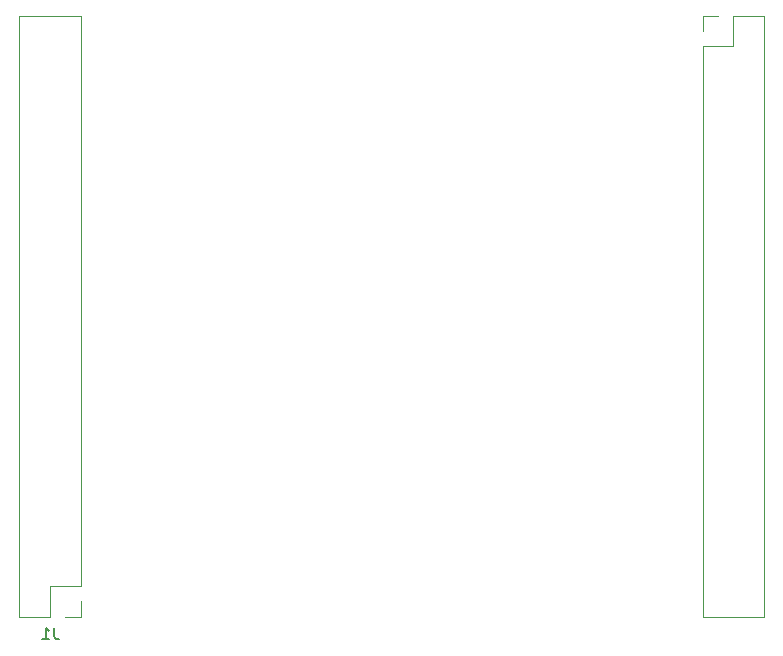
<source format=gbr>
G04 #@! TF.GenerationSoftware,KiCad,Pcbnew,5.1.9-73d0e3b20d~88~ubuntu20.04.1*
G04 #@! TF.CreationDate,2021-03-18T21:34:13+01:00*
G04 #@! TF.ProjectId,de10-shield,64653130-2d73-4686-9965-6c642e6b6963,rev?*
G04 #@! TF.SameCoordinates,Original*
G04 #@! TF.FileFunction,Legend,Bot*
G04 #@! TF.FilePolarity,Positive*
%FSLAX46Y46*%
G04 Gerber Fmt 4.6, Leading zero omitted, Abs format (unit mm)*
G04 Created by KiCad (PCBNEW 5.1.9-73d0e3b20d~88~ubuntu20.04.1) date 2021-03-18 21:34:13*
%MOMM*%
%LPD*%
G01*
G04 APERTURE LIST*
%ADD10C,0.120000*%
%ADD11C,0.150000*%
G04 APERTURE END LIST*
D10*
X153870000Y-57460000D02*
X151270000Y-57460000D01*
X153870000Y-57460000D02*
X153870000Y-108380000D01*
X153870000Y-108380000D02*
X148670000Y-108380000D01*
X148670000Y-60060000D02*
X148670000Y-108380000D01*
X151270000Y-60060000D02*
X148670000Y-60060000D01*
X151270000Y-57460000D02*
X151270000Y-60060000D01*
X148670000Y-57460000D02*
X148670000Y-58790000D01*
X150000000Y-57460000D02*
X148670000Y-57460000D01*
X94700000Y-108380000D02*
X96030000Y-108380000D01*
X96030000Y-108380000D02*
X96030000Y-107050000D01*
X93430000Y-108380000D02*
X93430000Y-105780000D01*
X93430000Y-105780000D02*
X96030000Y-105780000D01*
X96030000Y-105780000D02*
X96030000Y-57460000D01*
X90830000Y-57460000D02*
X96030000Y-57460000D01*
X90830000Y-108380000D02*
X90830000Y-57460000D01*
X90830000Y-108380000D02*
X93430000Y-108380000D01*
D11*
X93763333Y-109272380D02*
X93763333Y-109986666D01*
X93810952Y-110129523D01*
X93906190Y-110224761D01*
X94049047Y-110272380D01*
X94144285Y-110272380D01*
X92763333Y-110272380D02*
X93334761Y-110272380D01*
X93049047Y-110272380D02*
X93049047Y-109272380D01*
X93144285Y-109415238D01*
X93239523Y-109510476D01*
X93334761Y-109558095D01*
M02*

</source>
